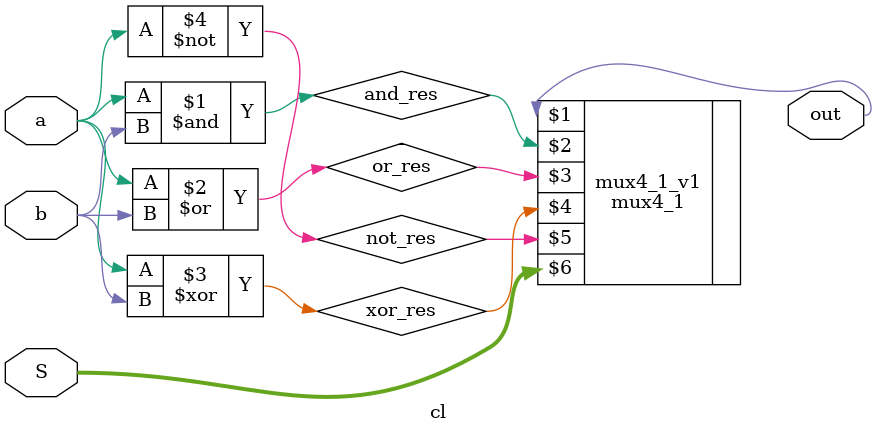
<source format=v>
module cl(output wire out, input wire a, b, input wire [1:0] S);
  wire and_res, or_res, xor_res, not_res;

  assign and_res = a & b; 
  assign or_res  = a | b; 
  assign xor_res = a ^ b;  
  assign not_res = ~a;     

  mux4_1 mux4_1_v1(out, and_res, or_res, xor_res, not_res, S);
endmodule


</source>
